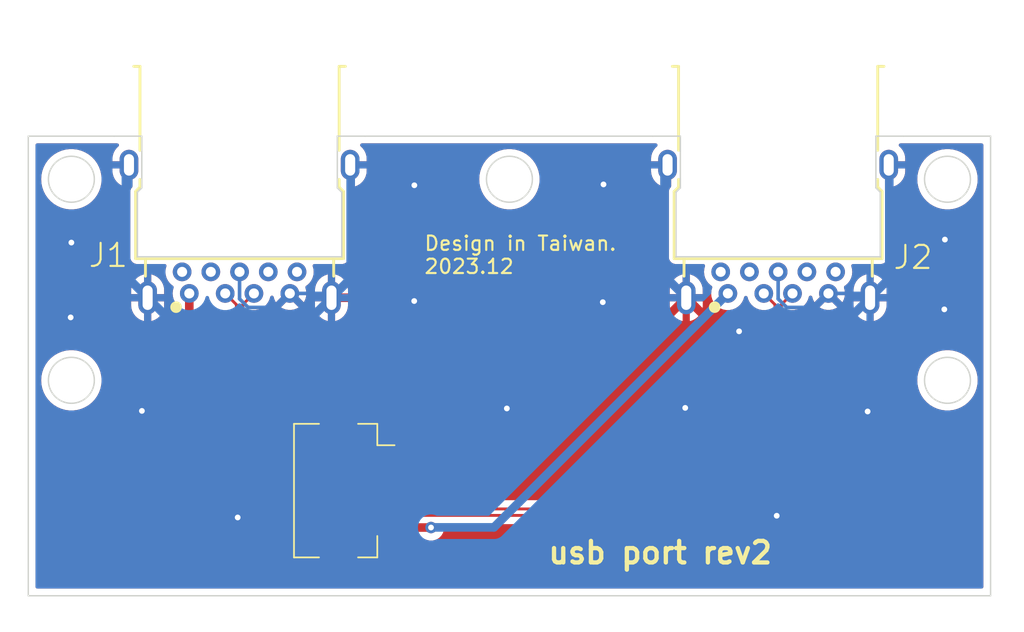
<source format=kicad_pcb>
(kicad_pcb (version 20221018) (generator pcbnew)
  (layers (0 "F.Cu" signal) (31 "B.Cu" signal) (34 "B.Paste" user) (35 "F.Paste" user) (36 "B.SilkS" user "B.Silkscreen") (37 "F.SilkS" user "F.Silkscreen") (38 "B.Mask" user) (39 "F.Mask" user) (44 "Edge.Cuts" user))
  (net 0 "")
  (net 1 "J1_D-")
  (net 2 "J1_D+")
  (net 3 "J1_STDA_SSRX-")
  (net 4 "J1_STDA_SSRX+")
  (net 5 "J1_STDA_SSTX-")
  (net 6 "J1_STDA_SSTX+")
  (net 7 "J2_D-")
  (net 8 "J2_D+")
  (net 9 "J2_STDA_SSRX-")
  (net 10 "J2_STDA_SSRX+")
  (net 11 "J2_STDA_SSTX-")
  (net 12 "J2_STDA_SSTX+")
  (net 13 "VBUS")
  (net 14 "GND")
  (footprint "Connector_FFC-FPC:Hirose_FH12-12S-0.5SH_1x12-1MP_P0.50mm_Horizontal" (layer "F.Cu") (at 103 104.68 -90)
    (fp_text reference "J3" hide)
    (fp_text value "Conn_01x12_Pin" hide)
    (fp_line (start -4.65 -1.3) (end -4.65 0.04) (stroke (width 0.12)) (layer "F.SilkS"))
    (fp_line (start -4.65 2.76) (end -4.65 4.5) (stroke (width 0.12)) (layer "F.SilkS"))
    (fp_line (start -4.65 4.5) (end 4.65 4.5) (stroke (width 0.12)) (layer "F.SilkS"))
    (fp_line (start -3.16 -1.3) (end -4.65 -1.3) (stroke (width 0.12)) (layer "F.SilkS"))
    (fp_line (start -3.16 -1.3) (end -3.16 -2.5) (stroke (width 0.12)) (layer "F.SilkS"))
    (fp_line (start 3.16 -1.3) (end 4.65 -1.3) (stroke (width 0.12)) (layer "F.SilkS"))
    (fp_line (start 4.65 -1.3) (end 4.65 0.04) (stroke (width 0.12)) (layer "F.SilkS"))
    (fp_line (start 4.65 4.5) (end 4.65 2.76) (stroke (width 0.12)) (layer "F.SilkS"))
    (pad "1" smd rect (at -2.75 -1.85 270) (size 0.3 1.3) (layers "F.Cu" "F.Paste" "F.Mask") (net 13 "VBUS"))
    (pad "2" smd rect (at -2.25 -1.85 270) (size 0.3 1.3) (layers "F.Cu" "F.Paste" "F.Mask") (net 13 "VBUS"))
    (pad "3" smd rect (at -1.75 -1.85 270) (size 0.3 1.3) (layers "F.Cu" "F.Paste" "F.Mask") (net 1 "J1_D-"))
    (pad "4" smd rect (at -1.25 -1.85 270) (size 0.3 1.3) (layers "F.Cu" "F.Paste" "F.Mask") (net 2 "J1_D+"))
    (pad "5" smd rect (at -0.75 -1.85 270) (size 0.3 1.3) (layers "F.Cu" "F.Paste" "F.Mask") (net 14 "GND"))
    (pad "6" smd rect (at -0.25 -1.85 270) (size 0.3 1.3) (layers "F.Cu" "F.Paste" "F.Mask") (net 14 "GND"))
    (pad "7" smd rect (at 0.25 -1.85 270) (size 0.3 1.3) (layers "F.Cu" "F.Paste" "F.Mask") (net 14 "GND"))
    (pad "8" smd rect (at 0.75 -1.85 270) (size 0.3 1.3) (layers "F.Cu" "F.Paste" "F.Mask") (net 14 "GND"))
    (pad "9" smd rect (at 1.25 -1.85 270) (size 0.3 1.3) (layers "F.Cu" "F.Paste" "F.Mask") (net 7 "J2_D-"))
    (pad "10" smd rect (at 1.75 -1.85 270) (size 0.3 1.3) (layers "F.Cu" "F.Paste" "F.Mask") (net 8 "J2_D+"))
    (pad "11" smd rect (at 2.25 -1.85 270) (size 0.3 1.3) (layers "F.Cu" "F.Paste" "F.Mask") (net 13 "VBUS"))
    (pad "12" smd rect (at 2.75 -1.85 270) (size 0.3 1.3) (layers "F.Cu" "F.Paste" "F.Mask") (net 13 "VBUS"))
    (pad "MP" smd rect (at -4.65 1.4 270) (size 1.8 2.2) (layers "F.Cu" "F.Paste" "F.Mask"))
    (pad "MP" smd rect (at 4.65 1.4 270) (size 1.8 2.2) (layers "F.Cu" "F.Paste" "F.Mask"))
  )
  (footprint "usb3.0:GCT_USB1110_goose45_usbport" (layer "F.Cu") (at 94.71 82 180)
    (fp_text reference "J1" (at 9.14 -6.3) (layer "F.SilkS") (effects (font (size 1.602512 1.602512))))
    (fp_text value "USB1110-XX-X_REVA" hide)
    (fp_line (start -7.366 6.858) (end -6.934 6.858) (stroke (width 0.2)) (layer "F.SilkS"))
    (fp_line (start -7.239 -6.528) (end -6.553 -6.528) (stroke (width 0.2)) (layer "F.SilkS"))
    (fp_line (start -7.239 -1.854) (end -7.239 -6.528) (stroke (width 0.2)) (layer "F.SilkS"))
    (fp_line (start -7.239 -1.854) (end -6.934 -1.549) (stroke (width 0.2)) (layer "F.SilkS"))
    (fp_line (start -6.934 -1.016) (end -6.934 -1.549) (stroke (width 0.2)) (layer "F.SilkS"))
    (fp_line (start -6.934 6.858) (end -6.934 1.016) (stroke (width 0.2)) (layer "F.SilkS"))
    (fp_line (start -6.553 -6.528) (end -6.553 -7.747) (stroke (width 0.2)) (layer "F.SilkS"))
    (fp_line (start -6.553 -6.528) (end 6.553 -6.528) (stroke (width 0.2)) (layer "F.SilkS"))
    (fp_line (start 6.553 -6.528) (end 6.5532 -7.747) (stroke (width 0.2)) (layer "F.SilkS"))
    (fp_line (start 6.553 -6.528) (end 7.239 -6.528) (stroke (width 0.2)) (layer "F.SilkS"))
    (fp_line (start 6.934 -1.549) (end 7.239 -1.854) (stroke (width 0.2)) (layer "F.SilkS"))
    (fp_line (start 6.934 -1.016) (end 6.934 -1.549) (stroke (width 0.2)) (layer "F.SilkS"))
    (fp_line (start 6.934 6.858) (end 6.934 1.016) (stroke (width 0.2)) (layer "F.SilkS"))
    (fp_line (start 6.934 6.858) (end 7.366 6.858) (stroke (width 0.2)) (layer "F.SilkS"))
    (fp_line (start 7.239 -1.854) (end 7.239 -6.528) (stroke (width 0.2)) (layer "F.SilkS"))
    (fp_circle (center 4.4196 -9.906) (end 4.6228 -9.906) (stroke (width 0.4)) (fill none) (layer "F.SilkS"))
    (fp_line (start -7.112 -6.401) (end 7.112 -6.401) (stroke (width 0.1)) (layer "Edge.Cuts"))
    (fp_line (start -7.112 -1.905) (end -7.112 -6.401) (stroke (width 0.1)) (layer "Edge.Cuts"))
    (fp_line (start -7.112 -1.905) (end -6.807 -1.6) (stroke (width 0.1)) (layer "Edge.Cuts"))
    (fp_line (start -6.807 2) (end -8.7376 2) (stroke (width 0.1)) (layer "Edge.Cuts"))
    (fp_line (start -6.807 2) (end -6.807 -1.6) (stroke (width 0.1)) (layer "Edge.Cuts"))
    (fp_line (start 6.807 -1.6) (end 7.112 -1.905) (stroke (width 0.1)) (layer "Edge.Cuts"))
    (fp_line (start 6.807 2) (end 6.807 -1.6) (stroke (width 0.1)) (layer "Edge.Cuts"))
    (fp_line (start 6.807 2) (end 8.7376 2) (stroke (width 0.1)) (layer "Edge.Cuts"))
    (fp_line (start 7.112 -1.905) (end 7.112 -6.401) (stroke (width 0.1)) (layer "Edge.Cuts"))
    (pad "1" thru_hole circle (at 3.5 -8.95 180) (size 1.3 1.3) (drill 0.7) (layers "*.Cu" "*.Mask") (net 13 "VBUS"))
    (pad "2" thru_hole circle (at 1 -8.95 180) (size 1.3 1.3) (drill 0.7) (layers "*.Cu" "*.Mask") (net 1 "J1_D-"))
    (pad "3" thru_hole circle (at -1 -8.95 180) (size 1.3 1.3) (drill 0.7) (layers "*.Cu" "*.Mask") (net 2 "J1_D+"))
    (pad "4" thru_hole circle (at -3.5 -8.95 180) (size 1.3 1.3) (drill 0.7) (layers "*.Cu" "*.Mask") (net 14 "GND"))
    (pad "5" thru_hole circle (at -4 -7.45 180) (size 1.3 1.3) (drill 0.7) (layers "*.Cu" "*.Mask") (net 3 "J1_STDA_SSRX-"))
    (pad "6" thru_hole circle (at -2 -7.45 180) (size 1.3 1.3) (drill 0.7) (layers "*.Cu" "*.Mask") (net 4 "J1_STDA_SSRX+"))
    (pad "7" thru_hole circle (at 0 -7.45 180) (size 1.3 1.3) (drill 0.7) (layers "*.Cu" "*.Mask") (net 14 "GND"))
    (pad "8" thru_hole circle (at 2 -7.45 180) (size 1.3 1.3) (drill 0.7) (layers "*.Cu" "*.Mask") (net 5 "J1_STDA_SSTX-"))
    (pad "9" thru_hole circle (at 4 -7.45 180) (size 1.3 1.3) (drill 0.7) (layers "*.Cu" "*.Mask") (net 6 "J1_STDA_SSTX+"))
    (pad "10" thru_hole oval (at -6.4 -9.25 180) (size 1.3 2.3) (drill oval 0.7 1.7) (layers "*.Cu" "*.Mask") (net 14 "GND"))
    (pad "10" smd rect (at 6.22 -10.16 180) (size 0.1 0.1) (layers "F.Cu") (net 14 "GND"))
    (pad "11" smd rect (at -6.27 -10.17 180) (size 0.1 0.1) (layers "F.Cu") (net 14 "GND"))
    (pad "11" thru_hole oval (at 6.4 -9.25 180) (size 1.3 2.3) (drill oval 0.7 1.7) (layers "*.Cu" "*.Mask") (net 14 "GND"))
    (pad "12" thru_hole oval (at -7.7 0 180) (size 1.3 2.1) (drill oval 0.7 1.5) (layers "*.Cu" "*.Mask") (net 14 "GND"))
    (pad "13" thru_hole oval (at 7.7 0 180) (size 1.3 2.1) (drill oval 0.7 1.5) (layers "*.Cu" "*.Mask") (net 14 "GND"))
  )
  (footprint "usb3.0:GCT_USB1110_goose45_usbport" (layer "F.Cu") (at 132.21 82 180)
    (fp_text reference "J2" (at -9.39 -6.44) (layer "F.SilkS") (effects (font (size 1.602512 1.602512))))
    (fp_text value "USB1110-XX-X_REVA" hide)
    (fp_line (start -7.366 6.858) (end -6.934 6.858) (stroke (width 0.2)) (layer "F.SilkS"))
    (fp_line (start -7.239 -6.528) (end -6.553 -6.528) (stroke (width 0.2)) (layer "F.SilkS"))
    (fp_line (start -7.239 -1.854) (end -7.239 -6.528) (stroke (width 0.2)) (layer "F.SilkS"))
    (fp_line (start -7.239 -1.854) (end -6.934 -1.549) (stroke (width 0.2)) (layer "F.SilkS"))
    (fp_line (start -6.934 -1.016) (end -6.934 -1.549) (stroke (width 0.2)) (layer "F.SilkS"))
    (fp_line (start -6.934 6.858) (end -6.934 1.016) (stroke (width 0.2)) (layer "F.SilkS"))
    (fp_line (start -6.553 -6.528) (end -6.553 -7.747) (stroke (width 0.2)) (layer "F.SilkS"))
    (fp_line (start -6.553 -6.528) (end 6.553 -6.528) (stroke (width 0.2)) (layer "F.SilkS"))
    (fp_line (start 6.553 -6.528) (end 6.5532 -7.747) (stroke (width 0.2)) (layer "F.SilkS"))
    (fp_line (start 6.553 -6.528) (end 7.239 -6.528) (stroke (width 0.2)) (layer "F.SilkS"))
    (fp_line (start 6.934 -1.549) (end 7.239 -1.854) (stroke (width 0.2)) (layer "F.SilkS"))
    (fp_line (start 6.934 -1.016) (end 6.934 -1.549) (stroke (width 0.2)) (layer "F.SilkS"))
    (fp_line (start 6.934 6.858) (end 6.934 1.016) (stroke (width 0.2)) (layer "F.SilkS"))
    (fp_line (start 6.934 6.858) (end 7.366 6.858) (stroke (width 0.2)) (layer "F.SilkS"))
    (fp_line (start 7.239 -1.854) (end 7.239 -6.528) (stroke (width 0.2)) (layer "F.SilkS"))
    (fp_circle (center 4.4196 -9.906) (end 4.6228 -9.906) (stroke (width 0.4)) (fill none) (layer "F.SilkS"))
    (fp_line (start -7.112 -6.401) (end 7.112 -6.401) (stroke (width 0.1)) (layer "Edge.Cuts"))
    (fp_line (start -7.112 -1.905) (end -7.112 -6.401) (stroke (width 0.1)) (layer "Edge.Cuts"))
    (fp_line (start -7.112 -1.905) (end -6.807 -1.6) (stroke (width 0.1)) (layer "Edge.Cuts"))
    (fp_line (start -6.807 2) (end -8.7376 2) (stroke (width 0.1)) (layer "Edge.Cuts"))
    (fp_line (start -6.807 2) (end -6.807 -1.6) (stroke (width 0.1)) (layer "Edge.Cuts"))
    (fp_line (start 6.807 -1.6) (end 7.112 -1.905) (stroke (width 0.1)) (layer "Edge.Cuts"))
    (fp_line (start 6.807 2) (end 6.807 -1.6) (stroke (width 0.1)) (layer "Edge.Cuts"))
    (fp_line (start 6.807 2) (end 8.7376 2) (stroke (width 0.1)) (layer "Edge.Cuts"))
    (fp_line (start 7.112 -1.905) (end 7.112 -6.401) (stroke (width 0.1)) (layer "Edge.Cuts"))
    (pad "1" thru_hole circle locked (at 3.5 -8.95 180) (size 1.3 1.3) (drill 0.7) (layers "*.Cu" "*.Mask") (net 13 "VBUS"))
    (pad "2" thru_hole circle locked (at 1 -8.95 180) (size 1.3 1.3) (drill 0.7) (layers "*.Cu" "*.Mask") (net 7 "J2_D-"))
    (pad "3" thru_hole circle locked (at -1 -8.95 180) (size 1.3 1.3) (drill 0.7) (layers "*.Cu" "*.Mask") (net 8 "J2_D+"))
    (pad "4" thru_hole circle locked (at -3.5 -8.95 180) (size 1.3 1.3) (drill 0.7) (layers "*.Cu" "*.Mask") (net 14 "GND"))
    (pad "5" thru_hole circle locked (at -4 -7.45 180) (size 1.3 1.3) (drill 0.7) (layers "*.Cu" "*.Mask") (net 9 "J2_STDA_SSRX-"))
    (pad "6" thru_hole circle locked (at -2 -7.45 180) (size 1.3 1.3) (drill 0.7) (layers "*.Cu" "*.Mask") (net 10 "J2_STDA_SSRX+"))
    (pad "7" thru_hole circle locked (at 0 -7.45 180) (size 1.3 1.3) (drill 0.7) (layers "*.Cu" "*.Mask") (net 14 "GND"))
    (pad "8" thru_hole circle locked (at 2 -7.45 180) (size 1.3 1.3) (drill 0.7) (layers "*.Cu" "*.Mask") (net 11 "J2_STDA_SSTX-"))
    (pad "9" thru_hole circle locked (at 4 -7.45 180) (size 1.3 1.3) (drill 0.7) (layers "*.Cu" "*.Mask") (net 12 "J2_STDA_SSTX+"))
    (pad "10" thru_hole oval locked (at -6.4 -9.25 180) (size 1.3 2.3) (drill oval 0.7 1.7) (layers "*.Cu" "*.Mask") (net 14 "GND"))
    (pad "10" smd rect locked (at 6.22 -10.16 180) (size 0.1 0.1) (layers "F.Cu") (net 14 "GND"))
    (pad "11" smd rect locked (at -6.27 -10.17 180) (size 0.1 0.1) (layers "F.Cu") (net 14 "GND"))
    (pad "11" thru_hole oval locked (at 6.4 -9.25 180) (size 1.3 2.3) (drill oval 0.7 1.7) (layers "*.Cu" "*.Mask") (net 14 "GND"))
    (pad "12" thru_hole oval locked (at -7.7 0 180) (size 1.3 2.1) (drill oval 0.7 1.5) (layers "*.Cu" "*.Mask") (net 14 "GND"))
    (pad "13" thru_hole oval locked (at 7.7 0 180) (size 1.3 2.1) (drill oval 0.7 1.5) (layers "*.Cu" "*.Mask") (net 14 "GND"))
  )
  (gr_poly (pts (xy 105 102.45) (xy 105.5 102.45) (xy 105.5 102) (xy 104.95 102)) (fill solid) (layer "F.Cu"))
  (gr_poly (pts (xy 104.2 106.95) (xy 104.2 107.39) (xy 105.03 107.38) (xy 104.98 106.97)) (fill solid) (layer "F.Cu"))
  (gr_poly (pts (xy 104.2 103.96) (xy 104.2 105.42) (xy 105.5 105.43) (xy 105.5 103.83)) (fill solid) (layer "F.Cu"))
  (gr_circle (center 113.5 83) (end 115.1 83) (stroke (width 0.1)) (fill none) (layer "Edge.Cuts"))
  (gr_line (start 140.9476 80) (end 147 80) (stroke (width 0.1)) (layer "Edge.Cuts"))
  (gr_line (start 103.4476 80) (end 123.4724 80) (stroke (width 0.1)) (layer "Edge.Cuts"))
  (gr_circle (center 83 83) (end 84.6 83) (stroke (width 0.1)) (fill none) (layer "Edge.Cuts"))
  (gr_circle (center 83 97) (end 84.6 97) (stroke (width 0.1)) (fill none) (layer "Edge.Cuts"))
  (gr_line (start 147 80) (end 147 112) (stroke (width 0.1)) (layer "Edge.Cuts"))
  (gr_circle (center 144 97) (end 145.6 97) (stroke (width 0.1)) (fill none) (layer "Edge.Cuts"))
  (gr_line (start 80 80) (end 85.9724 80) (stroke (width 0.1)) (layer "Edge.Cuts"))
  (gr_line (start 80 112) (end 147 112) (stroke (width 0.1)) (layer "Edge.Cuts"))
  (gr_line (start 80 80) (end 80 112) (stroke (width 0.1)) (layer "Edge.Cuts"))
  (gr_circle (center 144 83) (end 145.6 83) (stroke (width 0.1)) (fill none) (layer "Edge.Cuts"))
  (gr_text "usb port rev2" (at 116.05 109.88) (layer "F.SilkS") (effects (font (size 1.5 1.5) (thickness 0.3) bold) (justify left bottom)))
  (gr_text "Design in Taiwan.\n2023.12" (at 107.5 89.66) (layer "F.SilkS") (effects (font (size 1 1)) (justify left bottom)))
  (segment (start 108.435 98.3332) (end 108.435 101.8668) (width 0.2) (layer "F.Cu") (net 1))
  (segment (start 94.484999 91.724999) (end 94.484999 94.953199) (width 0.2) (layer "F.Cu") (net 1))
  (segment (start 105.850001 102.955) (end 105.825001 102.93) (width 0.2) (layer "F.Cu") (net 1))
  (segment (start 108.435 101.8668) (end 107.3468 102.955) (width 0.2) (layer "F.Cu") (net 1))
  (segment (start 105.825001 102.93) (end 104.85 102.93) (width 0.2) (layer "F.Cu") (net 1))
  (segment (start 106.9768 96.875) (end 108.435 98.3332) (width 0.2) (layer "F.Cu") (net 1))
  (segment (start 107.3468 102.955) (end 105.850001 102.955) (width 0.2) (layer "F.Cu") (net 1))
  (segment (start 96.4068 96.875) (end 106.9768 96.875) (width 0.2) (layer "F.Cu") (net 1))
  (segment (start 93.71 90.95) (end 94.484999 91.724999) (width 0.2) (layer "F.Cu") (net 1))
  (segment (start 94.484999 94.953199) (end 96.4068 96.875) (width 0.2) (layer "F.Cu") (net 1))
  (segment (start 94.935001 91.724999) (end 94.935001 94.766801) (width 0.2) (layer "F.Cu") (net 2))
  (segment (start 105.850001 103.405) (end 105.825001 103.43) (width 0.2) (layer "F.Cu") (net 2))
  (segment (start 95.71 90.95) (end 94.935001 91.724999) (width 0.2) (layer "F.Cu") (net 2))
  (segment (start 105.825001 103.43) (end 104.85 103.43) (width 0.2) (layer "F.Cu") (net 2))
  (segment (start 94.935001 94.766801) (end 96.5932 96.425) (width 0.2) (layer "F.Cu") (net 2))
  (segment (start 108.885 102.0532) (end 107.5332 103.405) (width 0.2) (layer "F.Cu") (net 2))
  (segment (start 107.5332 103.405) (end 105.850001 103.405) (width 0.2) (layer "F.Cu") (net 2))
  (segment (start 107.1632 96.425) (end 108.885 98.1468) (width 0.2) (layer "F.Cu") (net 2))
  (segment (start 108.885 98.1468) (end 108.885 102.0532) (width 0.2) (layer "F.Cu") (net 2))
  (segment (start 96.5932 96.425) (end 107.1632 96.425) (width 0.2) (layer "F.Cu") (net 2))
  (segment (start 105.825001 105.93) (end 104.85 105.93) (width 0.2) (layer "F.Cu") (net 7))
  (segment (start 125.3968 105.955) (end 105.850001 105.955) (width 0.2) (layer "F.Cu") (net 7))
  (segment (start 131.984999 91.724999) (end 131.984999 99.366801) (width 0.2) (layer "F.Cu") (net 7))
  (segment (start 131.21 90.95) (end 131.984999 91.724999) (width 0.2) (layer "F.Cu") (net 7))
  (segment (start 131.984999 99.366801) (end 125.3968 105.955) (width 0.2) (layer "F.Cu") (net 7))
  (segment (start 105.850001 105.955) (end 105.825001 105.93) (width 0.2) (layer "F.Cu") (net 7))
  (segment (start 133.21 90.95) (end 132.435001 91.724999) (width 0.2) (layer "F.Cu") (net 8))
  (segment (start 105.825001 106.43) (end 104.85 106.43) (width 0.2) (layer "F.Cu") (net 8))
  (segment (start 105.850001 106.405) (end 105.825001 106.43) (width 0.2) (layer "F.Cu") (net 8))
  (segment (start 125.5832 106.405) (end 105.850001 106.405) (width 0.2) (layer "F.Cu") (net 8))
  (segment (start 132.435001 91.724999) (end 132.435001 99.553199) (width 0.2) (layer "F.Cu") (net 8))
  (segment (start 132.435001 99.553199) (end 125.5832 106.405) (width 0.2) (layer "F.Cu") (net 8))
  (segment (start 97.45 102.28) (end 104.85 102.28) (width 0.6) (layer "F.Cu") (net 13))
  (segment (start 91.21 90.95) (end 91.21 96.04) (width 0.6) (layer "F.Cu") (net 13))
  (segment (start 91.21 96.04) (end 97.45 102.28) (width 0.6) (layer "F.Cu") (net 13))
  (segment (start 108.04 107.25) (end 105.03 107.25) (width 0.6) (layer "F.Cu") (net 13))
  (via (at 108.04 107.25) (size 0.8) (drill 0.4) (layers "F.Cu" "B.Cu") (net 13))
  (segment (start 108.05 107.24) (end 112.42 107.24) (width 0.6) (layer "B.Cu") (net 13))
  (segment (start 112.42 107.24) (end 128.71 90.95) (width 0.6) (layer "B.Cu") (net 13))
  (segment (start 108.04 107.25) (end 108.05 107.24) (width 0.6) (layer "B.Cu") (net 13))
  (segment (start 128.15 93.59) (end 125.81 91.25) (width 0.6) (layer "F.Cu") (net 14))
  (segment (start 111.79 105.27) (end 125.81 91.25) (width 0.6) (layer "F.Cu") (net 14))
  (segment (start 107.05 91.48) (end 110.97 95.4) (width 0.6) (layer "F.Cu") (net 14))
  (segment (start 109.05 104.08) (end 105.2 104.08) (width 0.6) (layer "F.Cu") (net 14))
  (segment (start 110.97 102.16) (end 109.05 104.08) (width 0.6) (layer "F.Cu") (net 14))
  (segment (start 110.97 95.4) (end 110.97 102.16) (width 0.6) (layer "F.Cu") (net 14))
  (segment (start 106.87 91.48) (end 107.05 91.48) (width 0.6) (layer "F.Cu") (net 14))
  (segment (start 105.2 104.08) (end 104.85 104.43) (width 0.6) (layer "F.Cu") (net 14))
  (segment (start 106.82 91.25) (end 106.87 91.3) (width 0.6) (layer "F.Cu") (net 14))
  (segment (start 129.49 93.59) (end 128.15 93.59) (width 0.6) (layer "F.Cu") (net 14))
  (segment (start 104.7 105.27) (end 111.79 105.27) (width 0.6) (layer "F.Cu") (net 14))
  (segment (start 106.87 91.3) (end 106.87 91.48) (width 0.6) (layer "F.Cu") (net 14))
  (segment (start 101.11 91.25) (end 106.82 91.25) (width 0.6) (layer "F.Cu") (net 14))
  (via (at 143.82 87.2) (size 0.8) (drill 0.4) (layers "F.Cu" "B.Cu") (net 14))
  (via (at 106.88 83.42) (size 0.8) (drill 0.4) (layers "F.Cu" "B.Cu") (net 14))
  (via (at 143.78 92.06) (size 0.8) (drill 0.4) (layers "F.Cu" "B.Cu") (net 14))
  (via (at 120.05 83.36) (size 0.8) (drill 0.4) (layers "F.Cu" "B.Cu") (net 14))
  (via (at 113.32 98.96) (size 0.8) (drill 0.4) (layers "F.Cu" "B.Cu") (net 14))
  (via (at 125.74 98.92) (size 0.8) (drill 0.4) (layers "F.Cu" "B.Cu") (net 14))
  (via (at 82.95 92.62) (size 0.8) (drill 0.4) (layers "F.Cu" "B.Cu") (net 14))
  (via (at 132.11 106.43) (size 0.8) (drill 0.4) (layers "F.Cu" "B.Cu") (net 14))
  (via (at 106.87 91.48) (size 0.8) (drill 0.4) (layers "F.Cu" "B.Cu") (net 14))
  (via (at 138.44 99.17) (size 0.8) (drill 0.4) (layers "F.Cu" "B.Cu") (net 14))
  (via (at 129.49 93.59) (size 0.8) (drill 0.4) (layers "F.Cu" "B.Cu") (net 14))
  (via (at 120 91.56) (size 0.8) (drill 0.4) (layers "F.Cu" "B.Cu") (net 14))
  (via (at 83 87.41) (size 0.8) (drill 0.4) (layers "F.Cu" "B.Cu") (net 14))
  (via (at 94.58 106.55) (size 0.8) (drill 0.4) (layers "F.Cu" "B.Cu") (net 14))
  (via (at 87.91 99.13) (size 0.8) (drill 0.4) (layers "F.Cu" "B.Cu") (net 14))
  (segment (start 132.21 89.45) (end 132.21 91.328859) (width 0.25) (layer "B.Cu") (net 14))
  (segment (start 132.21 91.328859) (end 132.806141 91.925) (width 0.25) (layer "B.Cu") (net 14))
  (segment (start 138.31 90.95) (end 138.61 91.25) (width 0.25) (layer "B.Cu") (net 14))
  (segment (start 86.798 89.738) (end 86.798 82.212) (width 0.6) (layer "B.Cu") (net 14))
  (segment (start 94.71 89.45) (end 94.71 91.328859) (width 0.25) (layer "B.Cu") (net 14))
  (segment (start 98.21 90.95) (end 100.81 90.95) (width 0.25) (layer "B.Cu") (net 14))
  (segment (start 124.298 82.212) (end 124.51 82) (width 0.6) (layer "B.Cu") (net 14))
  (segment (start 139.947 89.913) (end 138.61 91.25) (width 0.6) (layer "B.Cu") (net 14))
  (segment (start 139.91 82) (end 139.947 82.037) (width 0.25) (layer "B.Cu") (net 14))
  (segment (start 86.798 82.212) (end 87.01 82) (width 0.6) (layer "B.Cu") (net 14))
  (segment (start 95.306141 91.925) (end 97.235 91.925) (width 0.25) (layer "B.Cu") (net 14))
  (segment (start 132.806141 91.925) (end 134.735 91.925) (width 0.25) (layer "B.Cu") (net 14))
  (segment (start 134.735 91.925) (end 135.71 90.95) (width 0.25) (layer "B.Cu") (net 14))
  (segment (start 101.11 91.25) (end 102.447 89.913) (width 0.6) (layer "B.Cu") (net 14))
  (segment (start 102.447 82.037) (end 102.41 82) (width 0.25) (layer "B.Cu") (net 14))
  (segment (start 102.447 89.913) (end 102.447 82.037) (width 0.6) (layer "B.Cu") (net 14))
  (segment (start 124.298 89.738) (end 124.298 82.212) (width 0.6) (layer "B.Cu") (net 14))
  (segment (start 88.31 91.25) (end 90.67 93.61) (width 0.6) (layer "B.Cu") (net 14))
  (segment (start 90.67 93.61) (end 98.75 93.61) (width 0.6) (layer "B.Cu") (net 14))
  (segment (start 135.71 90.95) (end 138.31 90.95) (width 0.25) (layer "B.Cu") (net 14))
  (segment (start 88.31 91.25) (end 86.798 89.738) (width 0.6) (layer "B.Cu") (net 14))
  (segment (start 100.81 90.95) (end 101.11 91.25) (width 0.25) (layer "B.Cu") (net 14))
  (segment (start 139.947 82.037) (end 139.947 89.913) (width 0.6) (layer "B.Cu") (net 14))
  (segment (start 94.71 91.328859) (end 95.306141 91.925) (width 0.25) (layer "B.Cu") (net 14))
  (segment (start 136.27 93.59) (end 138.61 91.25) (width 0.6) (layer "B.Cu") (net 14))
  (segment (start 97.235 91.925) (end 98.21 90.95) (width 0.25) (layer "B.Cu") (net 14))
  (segment (start 129.49 93.59) (end 136.27 93.59) (width 0.6) (layer "B.Cu") (net 14))
  (segment (start 125.81 91.25) (end 124.298 89.738) (width 0.6) (layer "B.Cu") (net 14))
  (segment (start 98.75 93.61) (end 101.11 91.25) (width 0.6) (layer "B.Cu") (net 14))
  (zone (net 14) (net_name "GND") (layers "F&B.Cu") (connect_pads (clearance 0.508)) (min_thickness 0.25) (fill yes (thermal_gap 0.5) (thermal_bridge_width 0.5))
    (polygon (pts (xy 78.2 70.77) (xy 78.03 114.55) (xy 149.16 114.43) (xy 149.33 70.52)))
  )
)
</source>
